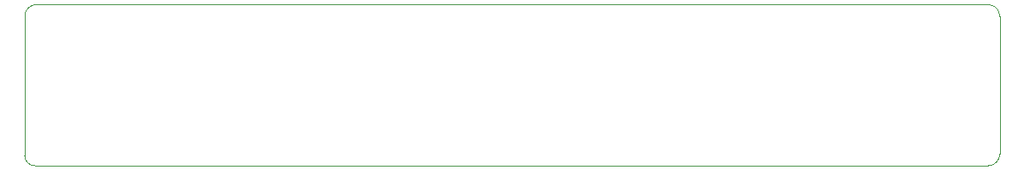
<source format=gbr>
G04 #@! TF.GenerationSoftware,KiCad,Pcbnew,5.1.10*
G04 #@! TF.CreationDate,2021-12-17T17:44:36+03:00*
G04 #@! TF.ProjectId,ripple_cancellation,72697070-6c65-45f6-9361-6e63656c6c61,rev?*
G04 #@! TF.SameCoordinates,Original*
G04 #@! TF.FileFunction,Profile,NP*
%FSLAX46Y46*%
G04 Gerber Fmt 4.6, Leading zero omitted, Abs format (unit mm)*
G04 Created by KiCad (PCBNEW 5.1.10) date 2021-12-17 17:44:36*
%MOMM*%
%LPD*%
G01*
G04 APERTURE LIST*
G04 #@! TA.AperFunction,Profile*
%ADD10C,0.050000*%
G04 #@! TD*
G04 APERTURE END LIST*
D10*
X55321200Y-49199800D02*
G75*
G02*
X56502367Y-48031400I1168468J1D01*
G01*
X150647400Y-48031400D02*
G75*
G02*
X151815800Y-49212567I1J-1168468D01*
G01*
X151828567Y-62839600D02*
G75*
G02*
X150647400Y-64008000I-1168468J-1D01*
G01*
X56324500Y-64008000D02*
G75*
G02*
X55308500Y-62992000I0J1016000D01*
G01*
X55308500Y-62992000D02*
X55321200Y-49199800D01*
X150647400Y-64008000D02*
X56324500Y-64008000D01*
X150647400Y-48031400D02*
X56502367Y-48031400D01*
X151815800Y-50546000D02*
X151815800Y-49212567D01*
X151828567Y-62839600D02*
X151815800Y-50546000D01*
M02*

</source>
